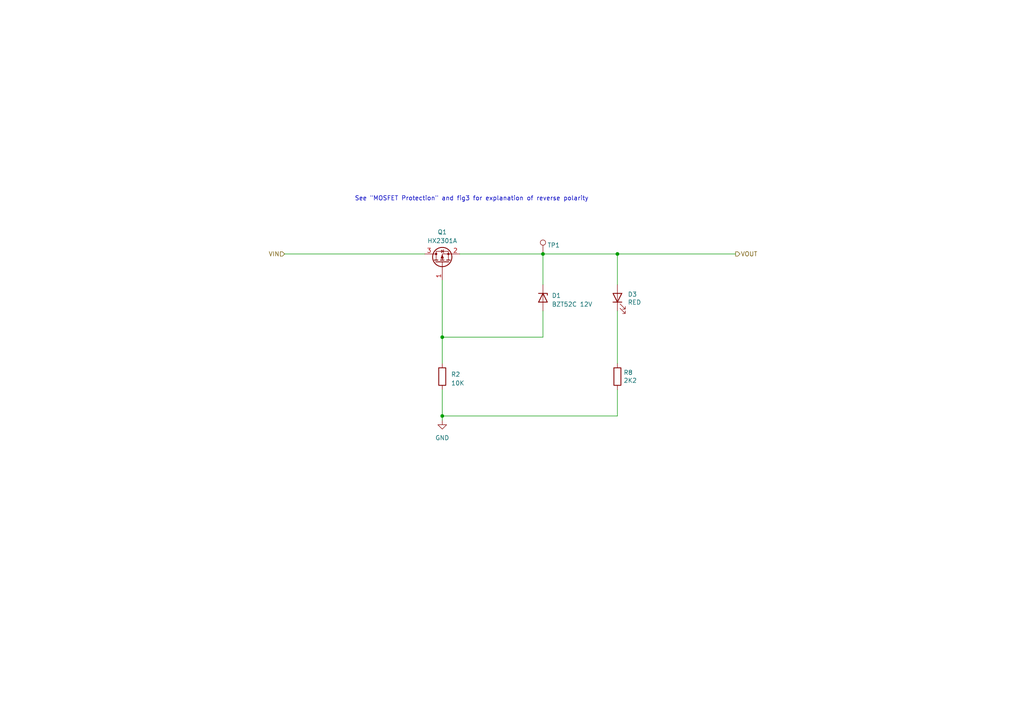
<source format=kicad_sch>
(kicad_sch (version 20230121) (generator eeschema)
  (paper "A4")
  (lib_symbols
    (symbol "Connector:TestPoint" (pin_numbers hide) (pin_names (offset 0.762) hide)
      (property "Reference" "TP" (at 0 6.858 0))
      (property "Value" "TestPoint" (at 0 5.08 0))
      (symbol "TestPoint_0_1"
        (circle (center 0 3.302) (radius 0.762))
      )
      (symbol "TestPoint_1_1"
        (pin passive line (at 0 0 90) (length 2.54) (name "1") (number "1"))
      )
    )
    (symbol "Device:D_Zener" (pin_numbers hide) (pin_names (offset 1.016) hide)
      (property "Reference" "D" (at 0 2.54 0))
      (property "Value" "D_Zener" (at 0 -2.54 0))
      (symbol "D_Zener_0_1"
        (polyline (pts (xy 1.27 0) (xy -1.27 0)))
        (polyline (pts (xy -1.27 -1.27) (xy -1.27 1.27) (xy -0.762 1.27)) (stroke (width 0.254)))
        (polyline (pts (xy 1.27 -1.27) (xy 1.27 1.27) (xy -1.27 0) (xy 1.27 -1.27)) (stroke (width 0.254)))
      )
      (symbol "D_Zener_1_1"
        (pin passive line (at -3.81 0 0) (length 2.54) (name "K") (number "1"))
        (pin passive line (at 3.81 0 180) (length 2.54) (name "A") (number "2"))
      )
    )
    (symbol "Device:LED" (pin_numbers hide) (pin_names (offset 1.016) hide)
      (property "Reference" "D" (at 0 2.54 0))
      (property "Value" "LED" (at 0 -2.54 0))
      (symbol "LED_0_1"
        (polyline (pts (xy -1.27 -1.27) (xy -1.27 1.27)) (stroke (width 0.254)))
        (polyline (pts (xy -1.27 0) (xy 1.27 0)))
        (polyline (pts (xy 1.27 -1.27) (xy 1.27 1.27) (xy -1.27 0) (xy 1.27 -1.27)) (stroke (width 0.254)))
        (polyline (pts (xy -3.048 -0.762) (xy -4.572 -2.286) (xy -3.81 -2.286) (xy -4.572 -2.286) (xy -4.572 -1.524)))
        (polyline (pts (xy -1.778 -0.762) (xy -3.302 -2.286) (xy -2.54 -2.286) (xy -3.302 -2.286) (xy -3.302 -1.524)))
      )
      (symbol "LED_1_1"
        (pin passive line (at -3.81 0 0) (length 2.54) (name "K") (number "1"))
        (pin passive line (at 3.81 0 180) (length 2.54) (name "A") (number "2"))
      )
    )
    (symbol "Device:Q_PMOS_GSD" (pin_names (offset 0) hide)
      (property "Reference" "Q" (at 5.08 1.27 0))
      (property "Value" "Q_PMOS_GSD" (at 5.08 -1.27 0))
      (symbol "Q_PMOS_GSD_0_1"
        (polyline (pts (xy 0.254 0) (xy -2.54 0)))
        (polyline (pts (xy 0.254 1.905) (xy 0.254 -1.905)) (stroke (width 0.254)))
        (polyline (pts (xy 0.762 -1.27) (xy 0.762 -2.286)) (stroke (width 0.254)))
        (polyline (pts (xy 0.762 0.508) (xy 0.762 -0.508)) (stroke (width 0.254)))
        (polyline (pts (xy 0.762 2.286) (xy 0.762 1.27)) (stroke (width 0.254)))
        (polyline (pts (xy 2.54 2.54) (xy 2.54 1.778)))
        (polyline (pts (xy 2.54 -2.54) (xy 2.54 0) (xy 0.762 0)))
        (polyline (pts (xy 0.762 1.778) (xy 3.302 1.778) (xy 3.302 -1.778) (xy 0.762 -1.778)))
        (polyline (pts (xy 2.286 0) (xy 1.27 0.381) (xy 1.27 -0.381) (xy 2.286 0)) (fill (type outline)))
        (polyline (pts (xy 2.794 -0.508) (xy 2.921 -0.381) (xy 3.683 -0.381) (xy 3.81 -0.254)))
        (polyline (pts (xy 3.302 -0.381) (xy 2.921 0.254) (xy 3.683 0.254) (xy 3.302 -0.381)))
        (circle (center 1.651 0) (radius 2.794) (stroke (width 0.254)))
        (circle (center 2.54 -1.778) (radius 0.254) (fill (type outline)))
        (circle (center 2.54 1.778) (radius 0.254) (fill (type outline)))
      )
      (symbol "Q_PMOS_GSD_1_1"
        (pin input line (at -5.08 0 0) (length 2.54) (name "G") (number "1"))
        (pin passive line (at 2.54 -5.08 90) (length 2.54) (name "S") (number "2"))
        (pin passive line (at 2.54 5.08 270) (length 2.54) (name "D") (number "3"))
      )
    )
    (symbol "Device:R" (pin_numbers hide) (pin_names (offset 0))
      (property "Reference" "R" (at 2.032 0 90))
      (property "Value" "R" (at 0 0 90))
      (symbol "R_0_1"
        (rectangle (start -1.016 -2.54) (end 1.016 2.54) (stroke (width 0.254)))
      )
      (symbol "R_1_1"
        (pin passive line (at 0 3.81 270) (length 1.27) (name "~") (number "1"))
        (pin passive line (at 0 -3.81 90) (length 1.27) (name "~") (number "2"))
      )
    )
    (symbol "power:GND" (power) (pin_names (offset 0))
      (property "Value" "GND" (at 0 -3.81 0))
      (symbol "GND_0_1"
        (polyline (pts (xy 0 0) (xy 0 -1.27) (xy 1.27 -1.27) (xy 0 -2.54) (xy -1.27 -1.27) (xy 0 -1.27)))
      )
      (symbol "GND_1_1"
        (pin power_in line (at 0 0 270) (length 0) hide (name "GND") (number "1"))
      )
    )
  )
  (junction (at 128.27 97.79))
  (junction (at 157.48 73.66))
  (junction (at 179.07 73.66))
  (junction (at 128.27 120.65))
  (wire (pts (xy 128.27 97.79) (xy 128.27 105.41)))
  (wire (pts (xy 157.48 90.17) (xy 157.48 97.79)))
  (wire (pts (xy 128.27 113.03) (xy 128.27 120.65)))
  (wire (pts (xy 157.48 73.66) (xy 179.07 73.66)))
  (wire (pts (xy 157.48 82.55) (xy 157.48 73.66)))
  (wire (pts (xy 82.55 73.66) (xy 123.19 73.66)))
  (wire (pts (xy 179.07 73.66) (xy 179.07 82.55)))
  (wire (pts (xy 179.07 73.66) (xy 213.36 73.66)))
  (wire (pts (xy 179.07 120.65) (xy 128.27 120.65)))
  (wire (pts (xy 128.27 81.28) (xy 128.27 97.79)))
  (wire (pts (xy 133.35 73.66) (xy 157.48 73.66)))
  (wire (pts (xy 128.27 97.79) (xy 157.48 97.79)))
  (wire (pts (xy 179.07 113.03) (xy 179.07 120.65)))
  (wire (pts (xy 128.27 120.65) (xy 128.27 121.92)))
  (wire (pts (xy 179.07 90.17) (xy 179.07 105.41)))
  (text "See \"MOSFET Protection\" and fig3 for explanation of reverse polarity" (at 102.87 58.42 0) (effects (font (size 1.27 1.27)) (justify left bottom)))
  (hierarchical_label "VOUT" (shape output) (at 213.36 73.66 0))
  (hierarchical_label "VIN" (shape input) (at 82.55 73.66 180))
  (symbol (lib_id "Device:R") (at 179.07 109.22 0) (unit 1)
    (property "Reference" "R8" (at 180.848 108.0516 0) (effects (justify left)))
    (property "Value" "2K2" (at 180.848 110.363 0) (effects (justify left)))
    (property "Footprint" "Resistor_SMD:R_0805_2012Metric_Pad1.20x1.40mm_HandSolder" (effects hide))
    (instances (project "adsr_vca_fx" (path "" (reference "R8") (unit 1)) (path "" (reference "R30") (unit 1))))
  )
  (symbol (lib_id "Device:Q_PMOS_GSD") (at 128.27 76.2 90) (unit 1)
    (property "Reference" "Q1" (at 128.27 67.31 90))
    (property "Value" "HX2301A" (at 128.27 69.85 90))
    (property "Footprint" "Package_TO_SOT_SMD:SOT-23-3" (effects hide))
    (property "Datasheet" "${KIPRJMOD}/../../docs/datasheet/PMOS_HX2301A.pdf" (effects hide))
  )
  (symbol (lib_id "Device:LED") (at 179.07 86.36 90) (unit 1)
    (property "Reference" "D3" (at 182.0672 85.3694 90) (effects (justify right)))
    (property "Value" "RED" (at 182.0672 87.6808 90) (effects (justify right)))
    (property "Footprint" "LED_SMD:LED_0805_2012Metric_Pad1.15x1.40mm_HandSolder" (effects hide))
    (property "LcscNo" "C2293" (effects hide))
    (instances (project "adsr_vca_fx" (path "" (reference "D3") (unit 1)) (path "" (reference "D4") (unit 1))))
  )
  (symbol (lib_id "power:GND") (at 128.27 121.92 0) (unit 1)
    (property "Reference" "#PWR011" (effects hide))
    (property "Value" "GND" (at 128.27 127 0))
    (instances (project "adsr_vca_fx" (path "" (reference "#PWR011") (unit 1)) (path "" (reference "#PWR068") (unit 1))))
  )
  (symbol (lib_id "Device:D_Zener") (at 157.48 86.36 270) (unit 1)
    (property "Reference" "D1" (at 160.02 85.725 90) (effects (justify left)))
    (property "Value" "BZT52C 12V" (at 160.02 88.265 90) (effects (justify left)))
    (property "Footprint" "Diode_SMD:D_SOD-123F" (effects hide))
    (property "Datasheet" "${KIPRJMOD}/../../docs/datasheet/BZT52_SER-1375261.pdf" (effects hide))
    (instances (project "adsr_vca_fx" (path "" (reference "D1") (unit 1)) (path "" (reference "D3") (unit 1))))
  )
  (symbol (lib_id "Device:R") (at 128.27 109.22 0) (unit 1)
    (property "Reference" "R2" (at 130.81 108.585 0) (effects (justify left)))
    (property "Value" "10K" (at 130.81 111.125 0) (effects (justify left)))
    (property "Footprint" "Resistor_SMD:R_0805_2012Metric_Pad1.20x1.40mm_HandSolder" (effects hide))
    (instances (project "adsr_vca_fx" (path "" (reference "R2") (unit 1)) (path "" (reference "R29") (unit 1))))
  )
  (symbol (lib_id "Connector:TestPoint") (at 157.48 73.66 0) (unit 1)
    (property "Reference" "TP1" (at 158.75 71.12 0) (effects (justify left)))
    (property "Value" "TestPoint" (effects hide))
    (property "Footprint" "TestPoint:TestPoint_Pad_1.0x1.0mm" (effects hide))
    (instances (project "adsr_vca_fx" (path "" (reference "TP1") (unit 1)) (path "" (reference "TP5") (unit 1)) (path "" (reference "TP13") (unit 1))))
  )
)
</source>
